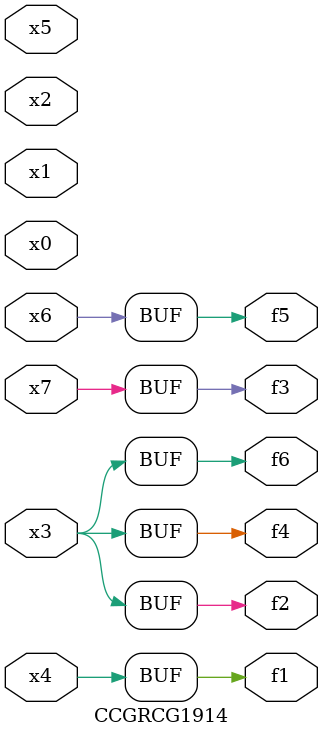
<source format=v>
module CCGRCG1914(
	input x0, x1, x2, x3, x4, x5, x6, x7,
	output f1, f2, f3, f4, f5, f6
);
	assign f1 = x4;
	assign f2 = x3;
	assign f3 = x7;
	assign f4 = x3;
	assign f5 = x6;
	assign f6 = x3;
endmodule

</source>
